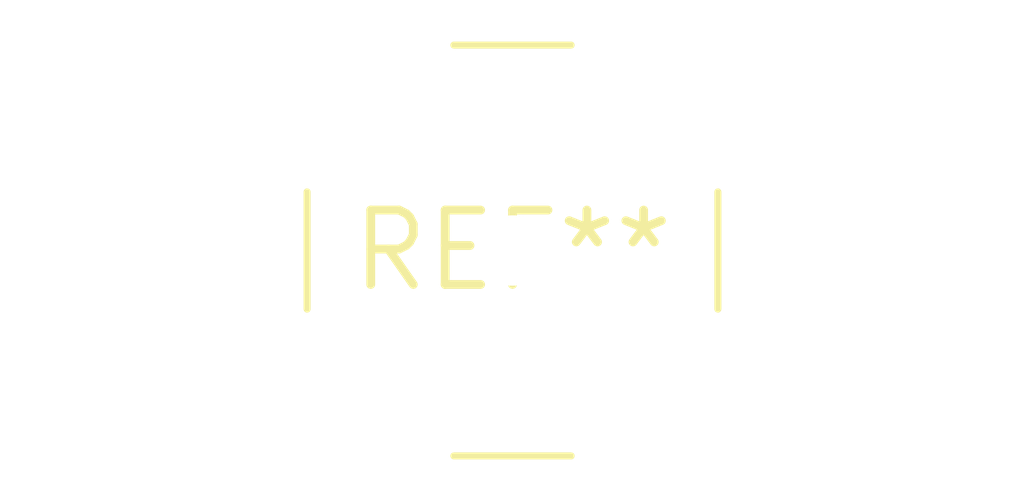
<source format=kicad_pcb>
(kicad_pcb (version 20240108) (generator pcbnew)
  (layers (0 "F.Cu" signal) (31 "B.Cu" signal) (34 "B.Paste" user) (35 "F.Paste" user) (36 "B.SilkS" user "B.Silkscreen") (37 "F.SilkS" user "F.Silkscreen") (38 "B.Mask" user) (39 "F.Mask" user) (44 "Edge.Cuts" user))
  (net 0 "")
  (footprint "SMB_Jack_Vertical" (layer "F.Cu") (at 0 0)
    (property "Reference" "REF**")
    (property "Value" "SMB_Jack_Vertical")
    (fp_line (start -3.5052 1) (end -3.5052 -1) (layer "F.SilkS") (stroke (width 0.12)))
    (fp_line (start -1 -3.5052) (end 1 -3.5052) (layer "F.SilkS") (stroke (width 0.12)))
    (fp_line (start 1 3.5052) (end -1 3.5052) (layer "F.SilkS") (stroke (width 0.12)))
    (fp_line (start 3.5052 -1) (end 3.5052 1) (layer "F.SilkS") (stroke (width 0.12)))
    (pad "1" thru_hole circle (at 0 0) (size 2.24 2.24) (drill 1.2) (layers *.Cu *.Mask) (remove_unused_layers))
    (pad "2" thru_hole circle (at -2.54 -2.54) (size 2.74 2.74) (drill 1.7) (layers *.Cu *.Mask) (remove_unused_layers))
    (pad "2" thru_hole circle (at -2.54 2.54) (size 2.74 2.74) (drill 1.7) (layers *.Cu *.Mask) (remove_unused_layers))
    (pad "2" thru_hole circle (at 2.54 -2.54) (size 2.74 2.74) (drill 1.7) (layers *.Cu *.Mask) (remove_unused_layers))
    (pad "2" thru_hole circle (at 2.54 2.54) (size 2.74 2.74) (drill 1.7) (layers *.Cu *.Mask) (remove_unused_layers))
  )
)
</source>
